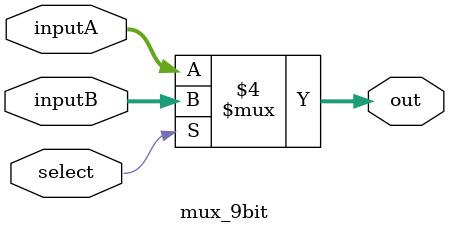
<source format=sv>
`timescale 1ns / 1ps

module mux_9bit(
    input logic select,
    input logic [8:0] inputA, inputB,
    output logic [8:0] out
    );
    
    always_comb begin
        if (select == 1'b0) begin
            out = inputA;
        end else begin
            out = inputB;
        end
    end
endmodule

</source>
